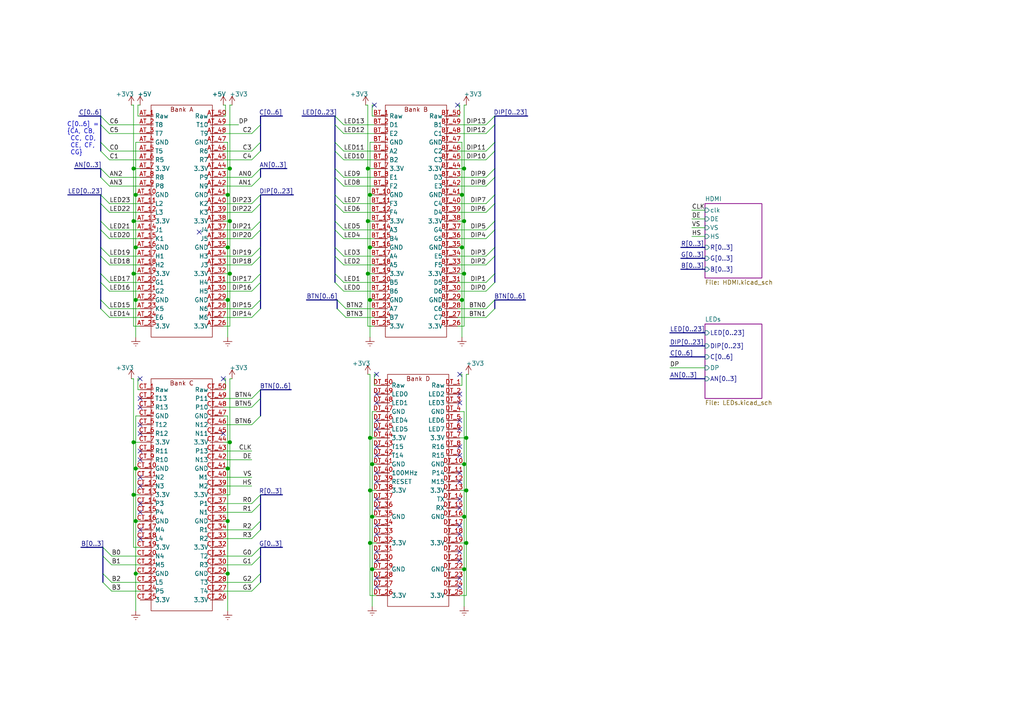
<source format=kicad_sch>
(kicad_sch (version 20200714) (host eeschema "(5.99.0-2671-gfc0a358ba)")
  (page 1 3)
  (paper "A4")
  (title_block (title "Alchitry IO Schield with HDMI") (date "2020-09-04") (rev "4.2") (company "ADSEHGAL"))
  (junction (at 38.735 48.895) (diameter 1.016))
  (junction (at 38.735 64.135) (diameter 1.016))
  (junction (at 38.735 79.375) (diameter 1.016))
  (junction (at 38.735 128.27) (diameter 1.016))
  (junction (at 38.735 143.51) (diameter 1.016))
  (junction (at 39.37 56.515) (diameter 1.016))
  (junction (at 39.37 71.755) (diameter 1.016))
  (junction (at 39.37 86.995) (diameter 1.016))
  (junction (at 39.37 135.89) (diameter 1.016))
  (junction (at 39.37 151.13) (diameter 1.016))
  (junction (at 39.37 166.37) (diameter 1.016))
  (junction (at 66.04 56.515) (diameter 1.016))
  (junction (at 66.04 71.755) (diameter 1.016))
  (junction (at 66.04 86.995) (diameter 1.016))
  (junction (at 66.04 135.89) (diameter 1.016))
  (junction (at 66.04 151.13) (diameter 1.016))
  (junction (at 66.04 166.37) (diameter 1.016))
  (junction (at 66.675 48.895) (diameter 1.016))
  (junction (at 66.675 64.135) (diameter 1.016))
  (junction (at 66.675 79.375) (diameter 1.016))
  (junction (at 66.675 128.27) (diameter 1.016))
  (junction (at 106.68 48.895) (diameter 1.016))
  (junction (at 106.68 64.135) (diameter 1.016))
  (junction (at 106.68 79.375) (diameter 1.016))
  (junction (at 107.315 56.515) (diameter 1.016))
  (junction (at 107.315 71.755) (diameter 1.016))
  (junction (at 107.315 86.995) (diameter 1.016))
  (junction (at 107.315 127) (diameter 1.016))
  (junction (at 107.315 142.24) (diameter 1.016))
  (junction (at 107.315 157.48) (diameter 1.016))
  (junction (at 107.95 134.62) (diameter 1.016))
  (junction (at 107.95 149.86) (diameter 1.016))
  (junction (at 107.95 165.1) (diameter 1.016))
  (junction (at 133.985 56.515) (diameter 1.016))
  (junction (at 133.985 71.755) (diameter 1.016))
  (junction (at 133.985 86.995) (diameter 1.016))
  (junction (at 134.62 48.895) (diameter 1.016))
  (junction (at 134.62 64.135) (diameter 1.016))
  (junction (at 134.62 79.375) (diameter 1.016))
  (junction (at 134.62 134.62) (diameter 1.016))
  (junction (at 134.62 149.86) (diameter 1.016))
  (junction (at 134.62 165.1) (diameter 1.016))
  (junction (at 135.255 127) (diameter 1.016))
  (junction (at 135.255 142.24) (diameter 1.016))
  (junction (at 135.255 157.48) (diameter 1.016))
  (no_connect (at 133.35 167.64))
  (no_connect (at 40.64 140.97))
  (no_connect (at 133.35 160.02))
  (no_connect (at 133.35 132.08))
  (no_connect (at 40.64 130.81))
  (no_connect (at 133.35 162.56))
  (no_connect (at 109.22 116.84))
  (no_connect (at 132.715 30.48))
  (no_connect (at 133.35 170.18))
  (no_connect (at 133.35 124.46))
  (no_connect (at 108.585 30.48))
  (no_connect (at 40.64 118.11))
  (no_connect (at 109.22 132.08))
  (no_connect (at 109.22 147.32))
  (no_connect (at 40.64 153.67))
  (no_connect (at 109.22 139.7))
  (no_connect (at 133.35 147.32))
  (no_connect (at 64.77 125.73))
  (no_connect (at 109.22 129.54))
  (no_connect (at 64.77 109.855))
  (no_connect (at 40.64 133.35))
  (no_connect (at 40.64 138.43))
  (no_connect (at 109.22 167.64))
  (no_connect (at 109.22 108.585))
  (no_connect (at 133.35 144.78))
  (no_connect (at 133.35 154.94))
  (no_connect (at 133.35 114.3))
  (no_connect (at 40.64 109.855))
  (no_connect (at 109.22 121.92))
  (no_connect (at 133.35 121.92))
  (no_connect (at 133.35 108.585))
  (no_connect (at 40.64 148.59))
  (no_connect (at 133.35 152.4))
  (no_connect (at 40.64 115.57))
  (no_connect (at 133.35 116.84))
  (no_connect (at 109.22 160.02))
  (no_connect (at 109.22 162.56))
  (no_connect (at 57.785 67.31))
  (no_connect (at 109.22 144.78))
  (no_connect (at 133.35 129.54))
  (no_connect (at 40.64 125.73))
  (no_connect (at 109.22 154.94))
  (no_connect (at 133.35 137.16))
  (no_connect (at 109.22 137.16))
  (no_connect (at 109.22 124.46))
  (no_connect (at 40.64 156.21))
  (no_connect (at 133.35 139.7))
  (no_connect (at 109.22 170.18))
  (no_connect (at 109.22 152.4))
  (no_connect (at 40.64 123.19))
  (no_connect (at 40.64 146.05))
  (no_connect (at 109.22 114.3))
  (bus_entry (at 29.21 33.655) (size 2.54 2.54) (stroke (width 0.1524)))
  (bus_entry (at 29.21 36.195) (size 2.54 2.54) (stroke (width 0.1524)))
  (bus_entry (at 29.21 41.275) (size 2.54 2.54) (stroke (width 0.1524)))
  (bus_entry (at 29.21 43.815) (size 2.54 2.54) (stroke (width 0.1524)))
  (bus_entry (at 29.21 48.895) (size 2.54 2.54) (stroke (width 0.1524)))
  (bus_entry (at 29.21 51.435) (size 2.54 2.54) (stroke (width 0.1524)))
  (bus_entry (at 29.21 56.515) (size 2.54 2.54) (stroke (width 0.1524)))
  (bus_entry (at 29.21 59.055) (size 2.54 2.54) (stroke (width 0.1524)))
  (bus_entry (at 29.21 64.135) (size 2.54 2.54) (stroke (width 0.1524)))
  (bus_entry (at 29.21 66.675) (size 2.54 2.54) (stroke (width 0.1524)))
  (bus_entry (at 29.21 71.755) (size 2.54 2.54) (stroke (width 0.1524)))
  (bus_entry (at 29.21 74.295) (size 2.54 2.54) (stroke (width 0.1524)))
  (bus_entry (at 29.21 79.375) (size 2.54 2.54) (stroke (width 0.1524)))
  (bus_entry (at 29.21 81.915) (size 2.54 2.54) (stroke (width 0.1524)))
  (bus_entry (at 29.21 86.995) (size 2.54 2.54) (stroke (width 0.1524)))
  (bus_entry (at 29.21 89.535) (size 2.54 2.54) (stroke (width 0.1524)))
  (bus_entry (at 29.845 158.75) (size 2.54 2.54) (stroke (width 0.1524)))
  (bus_entry (at 29.845 161.29) (size 2.54 2.54) (stroke (width 0.1524)))
  (bus_entry (at 29.845 166.37) (size 2.54 2.54) (stroke (width 0.1524)))
  (bus_entry (at 29.845 168.91) (size 2.54 2.54) (stroke (width 0.1524)))
  (bus_entry (at 75.565 36.195) (size -2.54 2.54) (stroke (width 0.1524)))
  (bus_entry (at 75.565 41.275) (size -2.54 2.54) (stroke (width 0.1524)))
  (bus_entry (at 75.565 43.815) (size -2.54 2.54) (stroke (width 0.1524)))
  (bus_entry (at 75.565 48.895) (size -2.54 2.54) (stroke (width 0.1524)))
  (bus_entry (at 75.565 51.435) (size -2.54 2.54) (stroke (width 0.1524)))
  (bus_entry (at 75.565 56.515) (size -2.54 2.54) (stroke (width 0.1524)))
  (bus_entry (at 75.565 59.055) (size -2.54 2.54) (stroke (width 0.1524)))
  (bus_entry (at 75.565 64.135) (size -2.54 2.54) (stroke (width 0.1524)))
  (bus_entry (at 75.565 66.675) (size -2.54 2.54) (stroke (width 0.1524)))
  (bus_entry (at 75.565 71.755) (size -2.54 2.54) (stroke (width 0.1524)))
  (bus_entry (at 75.565 74.295) (size -2.54 2.54) (stroke (width 0.1524)))
  (bus_entry (at 75.565 79.375) (size -2.54 2.54) (stroke (width 0.1524)))
  (bus_entry (at 75.565 81.915) (size -2.54 2.54) (stroke (width 0.1524)))
  (bus_entry (at 75.565 86.995) (size -2.54 2.54) (stroke (width 0.1524)))
  (bus_entry (at 75.565 89.535) (size -2.54 2.54) (stroke (width 0.1524)))
  (bus_entry (at 75.565 113.03) (size -2.54 2.54) (stroke (width 0.1524)))
  (bus_entry (at 75.565 115.57) (size -2.54 2.54) (stroke (width 0.1524)))
  (bus_entry (at 75.565 120.65) (size -2.54 2.54) (stroke (width 0.1524)))
  (bus_entry (at 75.565 143.51) (size -2.54 2.54) (stroke (width 0.1524)))
  (bus_entry (at 75.565 146.05) (size -2.54 2.54) (stroke (width 0.1524)))
  (bus_entry (at 75.565 151.13) (size -2.54 2.54) (stroke (width 0.1524)))
  (bus_entry (at 75.565 153.67) (size -2.54 2.54) (stroke (width 0.1524)))
  (bus_entry (at 75.565 158.75) (size -2.54 2.54) (stroke (width 0.1524)))
  (bus_entry (at 75.565 161.29) (size -2.54 2.54) (stroke (width 0.1524)))
  (bus_entry (at 75.565 166.37) (size -2.54 2.54) (stroke (width 0.1524)))
  (bus_entry (at 75.565 168.91) (size -2.54 2.54) (stroke (width 0.1524)))
  (bus_entry (at 97.155 33.655) (size 2.54 2.54) (stroke (width 0.1524)))
  (bus_entry (at 97.155 36.195) (size 2.54 2.54) (stroke (width 0.1524)))
  (bus_entry (at 97.155 41.275) (size 2.54 2.54) (stroke (width 0.1524)))
  (bus_entry (at 97.155 43.815) (size 2.54 2.54) (stroke (width 0.1524)))
  (bus_entry (at 97.155 48.895) (size 2.54 2.54) (stroke (width 0.1524)))
  (bus_entry (at 97.155 51.435) (size 2.54 2.54) (stroke (width 0.1524)))
  (bus_entry (at 97.155 56.515) (size 2.54 2.54) (stroke (width 0.1524)))
  (bus_entry (at 97.155 59.055) (size 2.54 2.54) (stroke (width 0.1524)))
  (bus_entry (at 97.155 64.135) (size 2.54 2.54) (stroke (width 0.1524)))
  (bus_entry (at 97.155 66.675) (size 2.54 2.54) (stroke (width 0.1524)))
  (bus_entry (at 97.155 71.755) (size 2.54 2.54) (stroke (width 0.1524)))
  (bus_entry (at 97.155 74.295) (size 2.54 2.54) (stroke (width 0.1524)))
  (bus_entry (at 97.155 79.375) (size 2.54 2.54) (stroke (width 0.1524)))
  (bus_entry (at 97.155 81.915) (size 2.54 2.54) (stroke (width 0.1524)))
  (bus_entry (at 97.79 86.995) (size 2.54 2.54) (stroke (width 0.1524)))
  (bus_entry (at 97.79 89.535) (size 2.54 2.54) (stroke (width 0.1524)))
  (bus_entry (at 143.51 33.655) (size -2.54 2.54) (stroke (width 0.1524)))
  (bus_entry (at 143.51 36.195) (size -2.54 2.54) (stroke (width 0.1524)))
  (bus_entry (at 143.51 41.275) (size -2.54 2.54) (stroke (width 0.1524)))
  (bus_entry (at 143.51 43.815) (size -2.54 2.54) (stroke (width 0.1524)))
  (bus_entry (at 143.51 48.895) (size -2.54 2.54) (stroke (width 0.1524)))
  (bus_entry (at 143.51 51.435) (size -2.54 2.54) (stroke (width 0.1524)))
  (bus_entry (at 143.51 56.515) (size -2.54 2.54) (stroke (width 0.1524)))
  (bus_entry (at 143.51 59.055) (size -2.54 2.54) (stroke (width 0.1524)))
  (bus_entry (at 143.51 64.135) (size -2.54 2.54) (stroke (width 0.1524)))
  (bus_entry (at 143.51 66.675) (size -2.54 2.54) (stroke (width 0.1524)))
  (bus_entry (at 143.51 71.755) (size -2.54 2.54) (stroke (width 0.1524)))
  (bus_entry (at 143.51 74.295) (size -2.54 2.54) (stroke (width 0.1524)))
  (bus_entry (at 143.51 79.375) (size -2.54 2.54) (stroke (width 0.1524)))
  (bus_entry (at 143.51 81.915) (size -2.54 2.54) (stroke (width 0.1524)))
  (bus_entry (at 143.51 86.995) (size -2.54 2.54) (stroke (width 0.1524)))
  (bus_entry (at 143.51 89.535) (size -2.54 2.54) (stroke (width 0.1524)))
  (wire (pts (xy 31.75 36.195) (xy 40.64 36.195)))
  (wire (pts (xy 31.75 38.735) (xy 40.64 38.735)))
  (wire (pts (xy 31.75 43.815) (xy 40.64 43.815)))
  (wire (pts (xy 31.75 46.355) (xy 40.64 46.355)))
  (wire (pts (xy 31.75 51.435) (xy 40.64 51.435)))
  (wire (pts (xy 31.75 53.975) (xy 40.64 53.975)))
  (wire (pts (xy 31.75 59.055) (xy 40.64 59.055)))
  (wire (pts (xy 31.75 61.595) (xy 40.64 61.595)))
  (wire (pts (xy 31.75 66.675) (xy 40.64 66.675)))
  (wire (pts (xy 31.75 69.215) (xy 40.64 69.215)))
  (wire (pts (xy 31.75 74.295) (xy 40.64 74.295)))
  (wire (pts (xy 31.75 76.835) (xy 40.64 76.835)))
  (wire (pts (xy 31.75 81.915) (xy 40.64 81.915)))
  (wire (pts (xy 31.75 84.455) (xy 40.64 84.455)))
  (wire (pts (xy 31.75 89.535) (xy 40.64 89.535)))
  (wire (pts (xy 31.75 92.075) (xy 40.64 92.075)))
  (wire (pts (xy 38.735 30.48) (xy 38.1 30.48)))
  (wire (pts (xy 38.735 48.895) (xy 38.735 30.48)))
  (wire (pts (xy 38.735 64.135) (xy 38.735 48.895)))
  (wire (pts (xy 38.735 79.375) (xy 38.735 64.135)))
  (wire (pts (xy 38.735 94.615) (xy 38.735 79.375)))
  (wire (pts (xy 38.735 109.855) (xy 38.1 109.855)))
  (wire (pts (xy 38.735 128.27) (xy 38.735 109.855)))
  (wire (pts (xy 38.735 143.51) (xy 38.735 128.27)))
  (wire (pts (xy 38.735 158.75) (xy 38.735 143.51)))
  (wire (pts (xy 39.37 41.275) (xy 39.37 56.515)))
  (wire (pts (xy 39.37 56.515) (xy 39.37 71.755)))
  (wire (pts (xy 39.37 71.755) (xy 39.37 86.995)))
  (wire (pts (xy 39.37 86.995) (xy 39.37 97.79)))
  (wire (pts (xy 39.37 120.65) (xy 39.37 135.89)))
  (wire (pts (xy 39.37 135.89) (xy 39.37 151.13)))
  (wire (pts (xy 39.37 151.13) (xy 39.37 166.37)))
  (wire (pts (xy 39.37 166.37) (xy 39.37 177.165)))
  (wire (pts (xy 40.005 30.48) (xy 40.005 33.655)))
  (wire (pts (xy 40.005 30.48) (xy 40.64 30.48)))
  (wire (pts (xy 40.005 33.655) (xy 40.64 33.655)))
  (wire (pts (xy 40.005 109.855) (xy 40.64 109.855)))
  (wire (pts (xy 40.005 113.03) (xy 40.005 109.855)))
  (wire (pts (xy 40.64 41.275) (xy 39.37 41.275)))
  (wire (pts (xy 40.64 48.895) (xy 38.735 48.895)))
  (wire (pts (xy 40.64 56.515) (xy 39.37 56.515)))
  (wire (pts (xy 40.64 64.135) (xy 38.735 64.135)))
  (wire (pts (xy 40.64 71.755) (xy 39.37 71.755)))
  (wire (pts (xy 40.64 79.375) (xy 38.735 79.375)))
  (wire (pts (xy 40.64 86.995) (xy 39.37 86.995)))
  (wire (pts (xy 40.64 94.615) (xy 38.735 94.615)))
  (wire (pts (xy 40.64 113.03) (xy 40.005 113.03)))
  (wire (pts (xy 40.64 120.65) (xy 39.37 120.65)))
  (wire (pts (xy 40.64 128.27) (xy 38.735 128.27)))
  (wire (pts (xy 40.64 135.89) (xy 39.37 135.89)))
  (wire (pts (xy 40.64 143.51) (xy 38.735 143.51)))
  (wire (pts (xy 40.64 151.13) (xy 39.37 151.13)))
  (wire (pts (xy 40.64 158.75) (xy 38.735 158.75)))
  (wire (pts (xy 40.64 161.29) (xy 32.385 161.29)))
  (wire (pts (xy 40.64 163.83) (xy 32.385 163.83)))
  (wire (pts (xy 40.64 166.37) (xy 39.37 166.37)))
  (wire (pts (xy 40.64 168.91) (xy 32.385 168.91)))
  (wire (pts (xy 40.64 171.45) (xy 32.385 171.45)))
  (wire (pts (xy 64.77 36.195) (xy 69.215 36.195)))
  (wire (pts (xy 64.77 38.735) (xy 73.025 38.735)))
  (wire (pts (xy 64.77 41.275) (xy 66.04 41.275)))
  (wire (pts (xy 64.77 43.815) (xy 73.025 43.815)))
  (wire (pts (xy 64.77 46.355) (xy 73.025 46.355)))
  (wire (pts (xy 64.77 48.895) (xy 66.675 48.895)))
  (wire (pts (xy 64.77 51.435) (xy 73.025 51.435)))
  (wire (pts (xy 64.77 53.975) (xy 73.025 53.975)))
  (wire (pts (xy 64.77 56.515) (xy 66.04 56.515)))
  (wire (pts (xy 64.77 59.055) (xy 73.025 59.055)))
  (wire (pts (xy 64.77 61.595) (xy 73.025 61.595)))
  (wire (pts (xy 64.77 64.135) (xy 66.675 64.135)))
  (wire (pts (xy 64.77 66.675) (xy 73.025 66.675)))
  (wire (pts (xy 64.77 69.215) (xy 73.025 69.215)))
  (wire (pts (xy 64.77 71.755) (xy 66.04 71.755)))
  (wire (pts (xy 64.77 74.295) (xy 73.025 74.295)))
  (wire (pts (xy 64.77 76.835) (xy 73.025 76.835)))
  (wire (pts (xy 64.77 79.375) (xy 66.675 79.375)))
  (wire (pts (xy 64.77 81.915) (xy 73.025 81.915)))
  (wire (pts (xy 64.77 84.455) (xy 73.025 84.455)))
  (wire (pts (xy 64.77 86.995) (xy 66.04 86.995)))
  (wire (pts (xy 64.77 89.535) (xy 73.025 89.535)))
  (wire (pts (xy 64.77 92.075) (xy 73.025 92.075)))
  (wire (pts (xy 64.77 94.615) (xy 66.675 94.615)))
  (wire (pts (xy 64.77 113.03) (xy 65.405 113.03)))
  (wire (pts (xy 64.77 115.57) (xy 73.025 115.57)))
  (wire (pts (xy 64.77 118.11) (xy 73.025 118.11)))
  (wire (pts (xy 64.77 120.65) (xy 66.04 120.65)))
  (wire (pts (xy 64.77 123.19) (xy 73.025 123.19)))
  (wire (pts (xy 64.77 128.27) (xy 66.675 128.27)))
  (wire (pts (xy 64.77 130.81) (xy 73.025 130.81)))
  (wire (pts (xy 64.77 135.89) (xy 66.04 135.89)))
  (wire (pts (xy 64.77 138.43) (xy 73.025 138.43)))
  (wire (pts (xy 64.77 143.51) (xy 66.675 143.51)))
  (wire (pts (xy 64.77 146.05) (xy 73.025 146.05)))
  (wire (pts (xy 64.77 148.59) (xy 73.025 148.59)))
  (wire (pts (xy 64.77 151.13) (xy 66.04 151.13)))
  (wire (pts (xy 64.77 153.67) (xy 73.025 153.67)))
  (wire (pts (xy 64.77 156.21) (xy 73.025 156.21)))
  (wire (pts (xy 64.77 161.29) (xy 73.025 161.29)))
  (wire (pts (xy 64.77 163.83) (xy 73.025 163.83)))
  (wire (pts (xy 64.77 166.37) (xy 66.04 166.37)))
  (wire (pts (xy 64.77 168.91) (xy 73.025 168.91)))
  (wire (pts (xy 64.77 171.45) (xy 73.025 171.45)))
  (wire (pts (xy 65.405 30.48) (xy 64.77 30.48)))
  (wire (pts (xy 65.405 30.48) (xy 65.405 33.655)))
  (wire (pts (xy 65.405 33.655) (xy 64.77 33.655)))
  (wire (pts (xy 65.405 109.855) (xy 64.77 109.855)))
  (wire (pts (xy 65.405 113.03) (xy 65.405 109.855)))
  (wire (pts (xy 66.04 41.275) (xy 66.04 56.515)))
  (wire (pts (xy 66.04 56.515) (xy 66.04 71.755)))
  (wire (pts (xy 66.04 71.755) (xy 66.04 86.995)))
  (wire (pts (xy 66.04 86.995) (xy 66.04 97.79)))
  (wire (pts (xy 66.04 120.65) (xy 66.04 135.89)))
  (wire (pts (xy 66.04 135.89) (xy 66.04 151.13)))
  (wire (pts (xy 66.04 151.13) (xy 66.04 166.37)))
  (wire (pts (xy 66.04 166.37) (xy 66.04 177.165)))
  (wire (pts (xy 66.675 30.48) (xy 67.31 30.48)))
  (wire (pts (xy 66.675 48.895) (xy 66.675 30.48)))
  (wire (pts (xy 66.675 64.135) (xy 66.675 48.895)))
  (wire (pts (xy 66.675 79.375) (xy 66.675 64.135)))
  (wire (pts (xy 66.675 94.615) (xy 66.675 79.375)))
  (wire (pts (xy 66.675 109.855) (xy 67.31 109.855)))
  (wire (pts (xy 66.675 128.27) (xy 66.675 109.855)))
  (wire (pts (xy 66.675 143.51) (xy 66.675 128.27)))
  (wire (pts (xy 73.025 133.35) (xy 64.77 133.35)))
  (wire (pts (xy 73.025 140.97) (xy 64.77 140.97)))
  (wire (pts (xy 99.695 36.195) (xy 108.585 36.195)))
  (wire (pts (xy 99.695 38.735) (xy 108.585 38.735)))
  (wire (pts (xy 99.695 43.815) (xy 108.585 43.815)))
  (wire (pts (xy 99.695 46.355) (xy 108.585 46.355)))
  (wire (pts (xy 99.695 51.435) (xy 108.585 51.435)))
  (wire (pts (xy 99.695 53.975) (xy 108.585 53.975)))
  (wire (pts (xy 99.695 59.055) (xy 108.585 59.055)))
  (wire (pts (xy 99.695 61.595) (xy 108.585 61.595)))
  (wire (pts (xy 99.695 66.675) (xy 108.585 66.675)))
  (wire (pts (xy 99.695 69.215) (xy 108.585 69.215)))
  (wire (pts (xy 99.695 74.295) (xy 108.585 74.295)))
  (wire (pts (xy 99.695 76.835) (xy 108.585 76.835)))
  (wire (pts (xy 99.695 81.915) (xy 108.585 81.915)))
  (wire (pts (xy 99.695 84.455) (xy 108.585 84.455)))
  (wire (pts (xy 106.68 30.48) (xy 106.045 30.48)))
  (wire (pts (xy 106.68 48.895) (xy 106.68 30.48)))
  (wire (pts (xy 106.68 64.135) (xy 106.68 48.895)))
  (wire (pts (xy 106.68 79.375) (xy 106.68 64.135)))
  (wire (pts (xy 106.68 94.615) (xy 106.68 79.375)))
  (wire (pts (xy 107.315 41.275) (xy 107.315 56.515)))
  (wire (pts (xy 107.315 56.515) (xy 107.315 71.755)))
  (wire (pts (xy 107.315 71.755) (xy 107.315 86.995)))
  (wire (pts (xy 107.315 86.995) (xy 107.315 97.79)))
  (wire (pts (xy 107.315 108.585) (xy 106.68 108.585)))
  (wire (pts (xy 107.315 127) (xy 107.315 108.585)))
  (wire (pts (xy 107.315 142.24) (xy 107.315 127)))
  (wire (pts (xy 107.315 157.48) (xy 107.315 142.24)))
  (wire (pts (xy 107.315 172.72) (xy 107.315 157.48)))
  (wire (pts (xy 107.95 30.48) (xy 108.585 30.48)))
  (wire (pts (xy 107.95 33.655) (xy 107.95 30.48)))
  (wire (pts (xy 107.95 119.38) (xy 107.95 134.62)))
  (wire (pts (xy 107.95 134.62) (xy 107.95 149.86)))
  (wire (pts (xy 107.95 149.86) (xy 107.95 165.1)))
  (wire (pts (xy 107.95 165.1) (xy 107.95 175.895)))
  (wire (pts (xy 108.585 33.655) (xy 107.95 33.655)))
  (wire (pts (xy 108.585 41.275) (xy 107.315 41.275)))
  (wire (pts (xy 108.585 48.895) (xy 106.68 48.895)))
  (wire (pts (xy 108.585 56.515) (xy 107.315 56.515)))
  (wire (pts (xy 108.585 64.135) (xy 106.68 64.135)))
  (wire (pts (xy 108.585 71.755) (xy 107.315 71.755)))
  (wire (pts (xy 108.585 79.375) (xy 106.68 79.375)))
  (wire (pts (xy 108.585 86.995) (xy 107.315 86.995)))
  (wire (pts (xy 108.585 89.535) (xy 100.33 89.535)))
  (wire (pts (xy 108.585 92.075) (xy 100.33 92.075)))
  (wire (pts (xy 108.585 94.615) (xy 106.68 94.615)))
  (wire (pts (xy 108.585 108.585) (xy 109.22 108.585)))
  (wire (pts (xy 108.585 111.76) (xy 108.585 108.585)))
  (wire (pts (xy 109.22 111.76) (xy 108.585 111.76)))
  (wire (pts (xy 109.22 119.38) (xy 107.95 119.38)))
  (wire (pts (xy 109.22 127) (xy 107.315 127)))
  (wire (pts (xy 109.22 134.62) (xy 107.95 134.62)))
  (wire (pts (xy 109.22 142.24) (xy 107.315 142.24)))
  (wire (pts (xy 109.22 149.86) (xy 107.95 149.86)))
  (wire (pts (xy 109.22 157.48) (xy 107.315 157.48)))
  (wire (pts (xy 109.22 165.1) (xy 107.95 165.1)))
  (wire (pts (xy 109.22 172.72) (xy 107.315 172.72)))
  (wire (pts (xy 132.715 33.655) (xy 133.35 33.655)))
  (wire (pts (xy 132.715 36.195) (xy 140.97 36.195)))
  (wire (pts (xy 132.715 38.735) (xy 140.97 38.735)))
  (wire (pts (xy 132.715 41.275) (xy 133.985 41.275)))
  (wire (pts (xy 132.715 43.815) (xy 140.97 43.815)))
  (wire (pts (xy 132.715 46.355) (xy 140.97 46.355)))
  (wire (pts (xy 132.715 48.895) (xy 134.62 48.895)))
  (wire (pts (xy 132.715 51.435) (xy 140.97 51.435)))
  (wire (pts (xy 132.715 53.975) (xy 140.97 53.975)))
  (wire (pts (xy 132.715 56.515) (xy 133.985 56.515)))
  (wire (pts (xy 132.715 59.055) (xy 140.97 59.055)))
  (wire (pts (xy 132.715 61.595) (xy 140.97 61.595)))
  (wire (pts (xy 132.715 64.135) (xy 134.62 64.135)))
  (wire (pts (xy 132.715 66.675) (xy 140.97 66.675)))
  (wire (pts (xy 132.715 69.215) (xy 140.97 69.215)))
  (wire (pts (xy 132.715 71.755) (xy 133.985 71.755)))
  (wire (pts (xy 132.715 74.295) (xy 140.97 74.295)))
  (wire (pts (xy 132.715 76.835) (xy 140.97 76.835)))
  (wire (pts (xy 132.715 79.375) (xy 134.62 79.375)))
  (wire (pts (xy 132.715 81.915) (xy 140.97 81.915)))
  (wire (pts (xy 132.715 84.455) (xy 140.97 84.455)))
  (wire (pts (xy 132.715 86.995) (xy 133.985 86.995)))
  (wire (pts (xy 132.715 89.535) (xy 140.97 89.535)))
  (wire (pts (xy 132.715 92.075) (xy 140.97 92.075)))
  (wire (pts (xy 132.715 94.615) (xy 134.62 94.615)))
  (wire (pts (xy 133.35 30.48) (xy 132.715 30.48)))
  (wire (pts (xy 133.35 33.655) (xy 133.35 30.48)))
  (wire (pts (xy 133.35 111.76) (xy 133.985 111.76)))
  (wire (pts (xy 133.35 119.38) (xy 134.62 119.38)))
  (wire (pts (xy 133.35 127) (xy 135.255 127)))
  (wire (pts (xy 133.35 134.62) (xy 134.62 134.62)))
  (wire (pts (xy 133.35 142.24) (xy 135.255 142.24)))
  (wire (pts (xy 133.35 149.86) (xy 134.62 149.86)))
  (wire (pts (xy 133.35 157.48) (xy 135.255 157.48)))
  (wire (pts (xy 133.35 165.1) (xy 134.62 165.1)))
  (wire (pts (xy 133.35 172.72) (xy 135.255 172.72)))
  (wire (pts (xy 133.985 41.275) (xy 133.985 56.515)))
  (wire (pts (xy 133.985 56.515) (xy 133.985 71.755)))
  (wire (pts (xy 133.985 71.755) (xy 133.985 86.995)))
  (wire (pts (xy 133.985 86.995) (xy 133.985 97.79)))
  (wire (pts (xy 133.985 108.585) (xy 133.35 108.585)))
  (wire (pts (xy 133.985 111.76) (xy 133.985 108.585)))
  (wire (pts (xy 134.62 30.48) (xy 135.255 30.48)))
  (wire (pts (xy 134.62 48.895) (xy 134.62 30.48)))
  (wire (pts (xy 134.62 64.135) (xy 134.62 48.895)))
  (wire (pts (xy 134.62 79.375) (xy 134.62 64.135)))
  (wire (pts (xy 134.62 94.615) (xy 134.62 79.375)))
  (wire (pts (xy 134.62 119.38) (xy 134.62 134.62)))
  (wire (pts (xy 134.62 134.62) (xy 134.62 149.86)))
  (wire (pts (xy 134.62 149.86) (xy 134.62 165.1)))
  (wire (pts (xy 134.62 165.1) (xy 134.62 175.895)))
  (wire (pts (xy 135.255 108.585) (xy 135.89 108.585)))
  (wire (pts (xy 135.255 127) (xy 135.255 108.585)))
  (wire (pts (xy 135.255 142.24) (xy 135.255 127)))
  (wire (pts (xy 135.255 157.48) (xy 135.255 142.24)))
  (wire (pts (xy 135.255 172.72) (xy 135.255 157.48)))
  (wire (pts (xy 194.31 106.68) (xy 204.47 106.68)))
  (wire (pts (xy 200.66 60.96) (xy 204.47 60.96)))
  (wire (pts (xy 200.66 63.5) (xy 204.47 63.5)))
  (wire (pts (xy 200.66 66.04) (xy 204.47 66.04)))
  (wire (pts (xy 200.66 68.58) (xy 204.47 68.58)))
  (bus (pts (xy 19.685 56.515) (xy 29.21 56.515)))
  (bus (pts (xy 29.21 33.655) (xy 22.86 33.655)))
  (bus (pts (xy 29.21 33.655) (xy 29.21 36.195)))
  (bus (pts (xy 29.21 36.195) (xy 29.21 41.275)))
  (bus (pts (xy 29.21 41.275) (xy 29.21 43.815)))
  (bus (pts (xy 29.21 48.895) (xy 21.59 48.895)))
  (bus (pts (xy 29.21 48.895) (xy 29.21 51.435)))
  (bus (pts (xy 29.21 56.515) (xy 29.21 59.055)))
  (bus (pts (xy 29.21 59.055) (xy 29.21 64.135)))
  (bus (pts (xy 29.21 64.135) (xy 29.21 66.675)))
  (bus (pts (xy 29.21 66.675) (xy 29.21 71.755)))
  (bus (pts (xy 29.21 71.755) (xy 29.21 74.295)))
  (bus (pts (xy 29.21 74.295) (xy 29.21 79.375)))
  (bus (pts (xy 29.21 79.375) (xy 29.21 81.915)))
  (bus (pts (xy 29.21 81.915) (xy 29.21 86.995)))
  (bus (pts (xy 29.21 86.995) (xy 29.21 89.535)))
  (bus (pts (xy 29.845 158.75) (xy 23.495 158.75)))
  (bus (pts (xy 29.845 158.75) (xy 29.845 161.29)))
  (bus (pts (xy 29.845 161.29) (xy 29.845 166.37)))
  (bus (pts (xy 29.845 166.37) (xy 29.845 168.91)))
  (bus (pts (xy 75.565 33.655) (xy 75.565 36.195)))
  (bus (pts (xy 75.565 33.655) (xy 81.915 33.655)))
  (bus (pts (xy 75.565 36.195) (xy 75.565 41.275)))
  (bus (pts (xy 75.565 41.275) (xy 75.565 43.815)))
  (bus (pts (xy 75.565 48.895) (xy 75.565 51.435)))
  (bus (pts (xy 75.565 48.895) (xy 83.185 48.895)))
  (bus (pts (xy 75.565 56.515) (xy 75.565 59.055)))
  (bus (pts (xy 75.565 56.515) (xy 85.09 56.515)))
  (bus (pts (xy 75.565 59.055) (xy 75.565 64.135)))
  (bus (pts (xy 75.565 64.135) (xy 75.565 66.675)))
  (bus (pts (xy 75.565 66.675) (xy 75.565 71.755)))
  (bus (pts (xy 75.565 71.755) (xy 75.565 74.295)))
  (bus (pts (xy 75.565 74.295) (xy 75.565 79.375)))
  (bus (pts (xy 75.565 79.375) (xy 75.565 81.915)))
  (bus (pts (xy 75.565 81.915) (xy 75.565 86.995)))
  (bus (pts (xy 75.565 86.995) (xy 75.565 89.535)))
  (bus (pts (xy 75.565 113.03) (xy 75.565 115.57)))
  (bus (pts (xy 75.565 113.03) (xy 84.455 113.03)))
  (bus (pts (xy 75.565 115.57) (xy 75.565 120.65)))
  (bus (pts (xy 75.565 143.51) (xy 75.565 146.05)))
  (bus (pts (xy 75.565 143.51) (xy 81.915 143.51)))
  (bus (pts (xy 75.565 146.05) (xy 75.565 151.13)))
  (bus (pts (xy 75.565 151.13) (xy 75.565 153.67)))
  (bus (pts (xy 75.565 158.75) (xy 75.565 161.29)))
  (bus (pts (xy 75.565 158.75) (xy 81.915 158.75)))
  (bus (pts (xy 75.565 161.29) (xy 75.565 166.37)))
  (bus (pts (xy 75.565 166.37) (xy 75.565 168.91)))
  (bus (pts (xy 87.63 33.655) (xy 97.155 33.655)))
  (bus (pts (xy 88.9 86.995) (xy 97.79 86.995)))
  (bus (pts (xy 97.155 33.655) (xy 97.155 36.195)))
  (bus (pts (xy 97.155 36.195) (xy 97.155 41.275)))
  (bus (pts (xy 97.155 41.275) (xy 97.155 43.815)))
  (bus (pts (xy 97.155 43.815) (xy 97.155 48.895)))
  (bus (pts (xy 97.155 48.895) (xy 97.155 51.435)))
  (bus (pts (xy 97.155 51.435) (xy 97.155 56.515)))
  (bus (pts (xy 97.155 56.515) (xy 97.155 59.055)))
  (bus (pts (xy 97.155 59.055) (xy 97.155 64.135)))
  (bus (pts (xy 97.155 64.135) (xy 97.155 66.675)))
  (bus (pts (xy 97.155 66.675) (xy 97.155 71.755)))
  (bus (pts (xy 97.155 71.755) (xy 97.155 74.295)))
  (bus (pts (xy 97.155 74.295) (xy 97.155 79.375)))
  (bus (pts (xy 97.155 79.375) (xy 97.155 81.915)))
  (bus (pts (xy 97.79 86.995) (xy 97.79 89.535)))
  (bus (pts (xy 143.51 33.655) (xy 143.51 36.195)))
  (bus (pts (xy 143.51 33.655) (xy 153.035 33.655)))
  (bus (pts (xy 143.51 36.195) (xy 143.51 41.275)))
  (bus (pts (xy 143.51 41.275) (xy 143.51 43.815)))
  (bus (pts (xy 143.51 43.815) (xy 143.51 48.895)))
  (bus (pts (xy 143.51 48.895) (xy 143.51 51.435)))
  (bus (pts (xy 143.51 51.435) (xy 143.51 56.515)))
  (bus (pts (xy 143.51 56.515) (xy 143.51 59.055)))
  (bus (pts (xy 143.51 59.055) (xy 143.51 64.135)))
  (bus (pts (xy 143.51 64.135) (xy 143.51 66.675)))
  (bus (pts (xy 143.51 66.675) (xy 143.51 71.755)))
  (bus (pts (xy 143.51 71.755) (xy 143.51 74.295)))
  (bus (pts (xy 143.51 74.295) (xy 143.51 79.375)))
  (bus (pts (xy 143.51 79.375) (xy 143.51 81.915)))
  (bus (pts (xy 143.51 86.995) (xy 143.51 89.535)))
  (bus (pts (xy 143.51 86.995) (xy 152.4 86.995)))
  (bus (pts (xy 194.31 96.52) (xy 204.47 96.52)))
  (bus (pts (xy 194.31 100.33) (xy 204.47 100.33)))
  (bus (pts (xy 197.485 71.755) (xy 204.47 71.755)))
  (bus (pts (xy 197.485 74.93) (xy 204.47 74.93)))
  (bus (pts (xy 197.485 78.105) (xy 204.47 78.105)))
  (bus (pts (xy 204.47 103.505) (xy 194.31 103.505)))
  (bus (pts (xy 204.47 109.855) (xy 194.31 109.855)))
  (text "   C[0..6] = \n   {CA, CB,\n    CC, CD,\n    CE, CF,\n    CG}" (at 16.51 45.085 0) (effects (font (size 1.27 1.27)) (justify left bottom)))
  (label "LED[0..23]" (at 19.685 56.515 0))
  (label "AN[0..3]" (at 21.59 48.895 0))
  (label "C[0..6]" (at 22.86 33.655 0))
  (label "B[0..3]" (at 23.495 158.75 0))
  (label "C6" (at 31.75 36.195 0))
  (label "C5" (at 31.75 38.735 0))
  (label "C0" (at 31.75 43.815 0))
  (label "C1" (at 31.75 46.355 0))
  (label "AN2" (at 31.75 51.435 0))
  (label "AN3" (at 31.75 53.975 0))
  (label "LED23" (at 31.75 59.055 0))
  (label "LED22" (at 31.75 61.595 0))
  (label "LED21" (at 31.75 66.675 0))
  (label "LED20" (at 31.75 69.215 0))
  (label "LED19" (at 31.75 74.295 0))
  (label "LED18" (at 31.75 76.835 0))
  (label "LED17" (at 31.75 81.915 0))
  (label "LED16" (at 31.75 84.455 0))
  (label "LED15" (at 31.75 89.535 0))
  (label "LED14" (at 31.75 92.075 0))
  (label "B0" (at 32.385 161.29 0))
  (label "B1" (at 32.385 163.83 0))
  (label "B2" (at 32.385 168.91 0))
  (label "B3" (at 32.385 171.45 0))
  (label "DP" (at 69.215 36.195 0))
  (label "C2" (at 73.025 38.735 180))
  (label "C3" (at 73.025 43.815 180))
  (label "C4" (at 73.025 46.355 180))
  (label "AN0" (at 73.025 51.435 180))
  (label "AN1" (at 73.025 53.975 180))
  (label "DIP23" (at 73.025 59.055 180))
  (label "DIP22" (at 73.025 61.595 180))
  (label "DIP21" (at 73.025 66.675 180))
  (label "DIP20" (at 73.025 69.215 180))
  (label "DIP19" (at 73.025 74.295 180))
  (label "DIP18" (at 73.025 76.835 180))
  (label "DIP17" (at 73.025 81.915 180))
  (label "DIP16" (at 73.025 84.455 180))
  (label "DIP15" (at 73.025 89.535 180))
  (label "DIP14" (at 73.025 92.075 180))
  (label "BTN4" (at 73.025 115.57 180))
  (label "BTN5" (at 73.025 118.11 180))
  (label "BTN6" (at 73.025 123.19 180))
  (label "CLK" (at 73.025 130.81 180))
  (label "DE" (at 73.025 133.35 180))
  (label "VS" (at 73.025 138.43 180))
  (label "HS" (at 73.025 140.97 180))
  (label "R0" (at 73.025 146.05 180))
  (label "R1" (at 73.025 148.59 180))
  (label "R2" (at 73.025 153.67 180))
  (label "R3" (at 73.025 156.21 180))
  (label "G0" (at 73.025 161.29 180))
  (label "G1" (at 73.025 163.83 180))
  (label "G2" (at 73.025 168.91 180))
  (label "G3" (at 73.025 171.45 180))
  (label "C[0..6]" (at 81.915 33.655 180))
  (label "R[0..3]" (at 81.915 143.51 180))
  (label "G[0..3]" (at 81.915 158.75 180))
  (label "AN[0..3]" (at 83.185 48.895 180))
  (label "BTN[0..6]" (at 84.455 113.03 180))
  (label "DIP[0..23]" (at 85.09 56.515 180))
  (label "LED[0..23]" (at 87.63 33.655 0))
  (label "BTN[0..6]" (at 88.9 86.995 0))
  (label "LED13" (at 99.695 36.195 0))
  (label "LED12" (at 99.695 38.735 0))
  (label "LED11" (at 99.695 43.815 0))
  (label "LED10" (at 99.695 46.355 0))
  (label "LED9" (at 99.695 51.435 0))
  (label "LED8" (at 99.695 53.975 0))
  (label "LED7" (at 99.695 59.055 0))
  (label "LED6" (at 99.695 61.595 0))
  (label "LED5" (at 99.695 66.675 0))
  (label "LED4" (at 99.695 69.215 0))
  (label "LED3" (at 99.695 74.295 0))
  (label "LED2" (at 99.695 76.835 0))
  (label "LED1" (at 99.695 81.915 0))
  (label "LED0" (at 99.695 84.455 0))
  (label "BTN2" (at 100.33 89.535 0))
  (label "BTN3" (at 100.33 92.075 0))
  (label "DIP13" (at 140.97 36.195 180))
  (label "DIP12" (at 140.97 38.735 180))
  (label "DIP11" (at 140.97 43.815 180))
  (label "DIP10" (at 140.97 46.355 180))
  (label "DIP9" (at 140.97 51.435 180))
  (label "DIP8" (at 140.97 53.975 180))
  (label "DIP7" (at 140.97 59.055 180))
  (label "DIP6" (at 140.97 61.595 180))
  (label "DIP5" (at 140.97 66.675 180))
  (label "DIP4" (at 140.97 69.215 180))
  (label "DIP3" (at 140.97 74.295 180))
  (label "DIP2" (at 140.97 76.835 180))
  (label "DIP1" (at 140.97 81.915 180))
  (label "DIP0" (at 140.97 84.455 180))
  (label "BTN0" (at 140.97 89.535 180))
  (label "BTN1" (at 140.97 92.075 180))
  (label "BTN[0..6]" (at 152.4 86.995 180))
  (label "DIP[0..23]" (at 153.035 33.655 180))
  (label "LED[0..23]" (at 194.31 96.52 0))
  (label "DIP[0..23]" (at 194.31 100.33 0))
  (label "C[0..6]" (at 194.31 103.505 0))
  (label "DP" (at 194.31 106.68 0))
  (label "AN[0..3]" (at 194.31 109.855 0))
  (label "R[0..3]" (at 197.485 71.755 0))
  (label "G[0..3]" (at 197.485 74.93 0))
  (label "B[0..3]" (at 197.485 78.105 0))
  (label "CLK" (at 200.66 60.96 0))
  (label "DE" (at 200.66 63.5 0))
  (label "VS" (at 200.66 66.04 0))
  (label "HS" (at 200.66 68.58 0))
  (symbol (lib_id "power:+3V3") (at 38.1 30.48 0) (unit 1)
    (property "Reference" "#PWR01" (effects hide))
    (property "Value" "+3V3" (at 36.195 27.305 0))
  )
  (symbol (lib_id "power:+3V3") (at 38.1 109.855 0) (unit 1)
    (property "Reference" "#PWR013" (effects hide))
    (property "Value" "+3V3" (at 36.195 106.68 0))
  )
  (symbol (lib_id "power:+5V") (at 40.64 30.48 0) (unit 1)
    (property "Reference" "#PWR02" (effects hide))
    (property "Value" "+5V" (at 41.91 27.305 0))
  )
  (symbol (lib_id "power:+5V") (at 64.77 30.48 0) (mirror y) (unit 1)
    (property "Reference" "#PWR03" (effects hide))
    (property "Value" "+5V" (at 63.5 27.305 0))
  )
  (symbol (lib_id "power:+3V3") (at 67.31 30.48 0) (mirror y) (unit 1)
    (property "Reference" "#PWR04" (effects hide))
    (property "Value" "+3V3" (at 69.215 27.305 0))
  )
  (symbol (lib_id "power:+3V3") (at 67.31 109.855 0) (mirror y) (unit 1)
    (property "Reference" "#PWR014" (effects hide))
    (property "Value" "+3V3" (at 69.215 106.68 0))
  )
  (symbol (lib_id "power:+3V3") (at 106.045 30.48 0) (unit 1)
    (property "Reference" "#PWR05" (effects hide))
    (property "Value" "+3V3" (at 104.14 27.305 0))
  )
  (symbol (lib_id "power:+3V3") (at 106.68 108.585 0) (unit 1)
    (property "Reference" "#PWR011" (effects hide))
    (property "Value" "+3V3" (at 104.775 105.41 0))
  )
  (symbol (lib_id "power:+3V3") (at 135.255 30.48 0) (mirror y) (unit 1)
    (property "Reference" "#PWR06" (effects hide))
    (property "Value" "+3V3" (at 137.16 27.305 0))
  )
  (symbol (lib_id "power:+3V3") (at 135.89 108.585 0) (mirror y) (unit 1)
    (property "Reference" "#PWR012" (effects hide))
    (property "Value" "+3V3" (at 137.795 105.41 0))
  )
  (symbol (lib_id "power:GNDREF") (at 39.37 97.79 0) (unit 1)
    (property "Reference" "#PWR07" (effects hide))
    (property "Value" "GNDREF" (effects hide))
  )
  (symbol (lib_id "power:GNDREF") (at 39.37 177.165 0) (mirror y) (unit 1)
    (property "Reference" "#PWR017" (effects hide))
    (property "Value" "GNDREF" (effects hide))
  )
  (symbol (lib_id "power:GNDREF") (at 66.04 97.79 0) (unit 1)
    (property "Reference" "#PWR08" (effects hide))
    (property "Value" "GNDREF" (effects hide))
  )
  (symbol (lib_id "power:GNDREF") (at 66.04 177.165 0) (unit 1)
    (property "Reference" "#PWR018" (effects hide))
    (property "Value" "GNDREF" (effects hide))
  )
  (symbol (lib_id "power:GNDREF") (at 107.315 97.79 0) (unit 1)
    (property "Reference" "#PWR09" (effects hide))
    (property "Value" "GNDREF" (effects hide))
  )
  (symbol (lib_id "power:GNDREF") (at 107.95 175.895 0) (mirror y) (unit 1)
    (property "Reference" "#PWR015" (effects hide))
    (property "Value" "GNDREF" (effects hide))
  )
  (symbol (lib_id "power:GNDREF") (at 133.985 97.79 0) (unit 1)
    (property "Reference" "#PWR010" (effects hide))
    (property "Value" "GNDREF" (effects hide))
  )
  (symbol (lib_id "power:GNDREF") (at 134.62 175.895 0) (unit 1)
    (property "Reference" "#PWR016" (effects hide))
    (property "Value" "GNDREF" (effects hide))
  )
  (symbol (lib_id "Custom_Symbols:Adaptor_both-alchitry_symbols") (at 43.815 97.79 0) (unit 1)
    (property "Reference" "U1" (effects hide))
    (property "Value" "boardmezzanine_new" (effects hide))
    (property "Footprint" "Custom_Parts:Alchitry_Top_Bottom" (effects hide))
  )
  (symbol (lib_id "Custom_Symbols:Adaptor_both-alchitry_symbols") (at 43.815 177.165 0) (unit 3)
    (property "Reference" "U1" (effects hide))
    (property "Value" "boardmezzanine_new" (effects hide))
    (property "Footprint" "Custom_Parts:Alchitry_Top_Bottom" (effects hide))
  )
  (symbol (lib_id "Custom_Symbols:Adaptor_both-alchitry_symbols") (at 111.76 97.79 0) (unit 2)
    (property "Reference" "U1" (effects hide))
    (property "Value" "boardmezzanine_new" (effects hide))
    (property "Footprint" "Custom_Parts:Alchitry_Top_Bottom" (effects hide))
  )
  (symbol (lib_id "Custom_Symbols:Adaptor_both-alchitry_symbols") (at 112.395 175.895 0) (unit 4)
    (property "Reference" "U1" (effects hide))
    (property "Value" "boardmezzanine_new" (effects hide))
    (property "Footprint" "Custom_Parts:Alchitry_Top_Bottom" (effects hide))
  )
  (sheet (at 204.47 59.055) (size 16.51 21.59) (stroke (width 0.1524) (color 132 0 132 1)) (fill (color 255 255 255 0.0000))
    (property "Sheet name" "HDMI" (at 204.47 58.4195 0) (effects (justify left bottom)))
    (property "Sheet file" "HDMI.kicad_sch" (at 204.47 81.1535 0) (effects (justify left top)))
    (pin "clk" input (at 204.47 60.96 180))
    (pin "DE" input (at 204.47 63.5 180))
    (pin "VS" input (at 204.47 66.04 180))
    (pin "HS" input (at 204.47 68.58 180))
    (pin "R[0..3]" input (at 204.47 71.755 180))
    (pin "G[0..3]" input (at 204.47 74.93 180))
    (pin "B[0..3]" input (at 204.47 78.105 180))
  )
  (sheet (at 204.47 93.98) (size 16.51 21.59) (stroke (width 0.1524) (color 132 0 132 1)) (fill (color 255 255 255 0.0000))
    (property "Sheet name" "LEDs" (at 204.47 93.3445 0) (effects (justify left bottom)))
    (property "Sheet file" "LEDs.kicad_sch" (at 204.47 116.0785 0) (effects (justify left top)))
    (pin "LED[0..23]" input (at 204.47 96.52 180))
    (pin "DIP[0..23]" input (at 204.47 100.33 180))
    (pin "C[0..6]" input (at 204.47 103.505 180))
    (pin "AN[0..3]" input (at 204.47 109.855 180))
    (pin "DP" input (at 204.47 106.68 180))
  )
)
</source>
